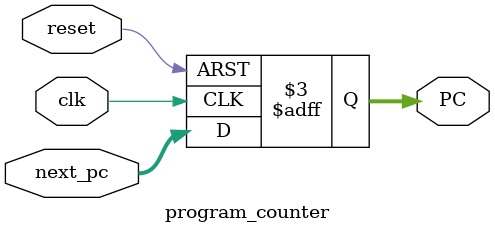
<source format=v>
module program_counter (
    input clk,                   // Clock signal
    input reset,                 // Reset signal
    input [15:0] next_pc,        // Next PC value from MUX
    output reg [15:0] PC         // Current PC value
);

always @(negedge clk or posedge reset) begin
    if (reset) 
        PC <= 16'b0; // Reset PC to 0
    else 
        PC <= next_pc; // Update PC from MUX output
end





// Monitor block to track PC and reset behavior
    initial begin
        //$monitor("Time insidePC: %t | PC: %h | Reset: %b | Clock: %b", $time, PC, reset, clk);
    end

endmodule
</source>
